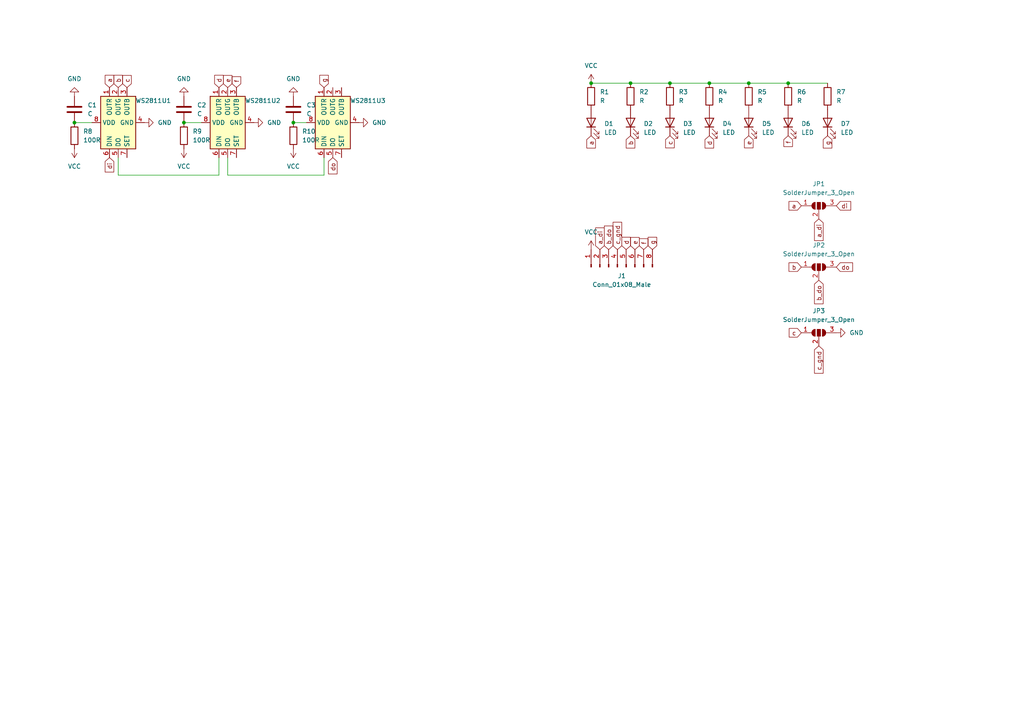
<source format=kicad_sch>
(kicad_sch (version 20211123) (generator eeschema)
  (paper "A4")
  (lib_symbols
    (symbol "Connector:Conn_01x08_Male" (pin_names (offset 1.016) hide)
      (property "Reference" "J" (at 0 10.16 0))
      (property "Value" "Conn_01x08_Male" (at 0 -12.7 0))
      (symbol "Conn_01x08_Male_1_1"
        (polyline (pts (xy 1.27 -10.16) (xy 0.8636 -10.16)) (stroke (width 0.1524)))
        (polyline (pts (xy 1.27 -7.62) (xy 0.8636 -7.62)) (stroke (width 0.1524)))
        (polyline (pts (xy 1.27 -5.08) (xy 0.8636 -5.08)) (stroke (width 0.1524)))
        (polyline (pts (xy 1.27 -2.54) (xy 0.8636 -2.54)) (stroke (width 0.1524)))
        (polyline (pts (xy 1.27 0) (xy 0.8636 0)) (stroke (width 0.1524)))
        (polyline (pts (xy 1.27 2.54) (xy 0.8636 2.54)) (stroke (width 0.1524)))
        (polyline (pts (xy 1.27 5.08) (xy 0.8636 5.08)) (stroke (width 0.1524)))
        (polyline (pts (xy 1.27 7.62) (xy 0.8636 7.62)) (stroke (width 0.1524)))
        (rectangle (start 0.8636 -10.033) (end 0 -10.287) (stroke (width 0.1524)) (fill (type outline)))
        (rectangle (start 0.8636 -7.493) (end 0 -7.747) (stroke (width 0.1524)) (fill (type outline)))
        (rectangle (start 0.8636 -4.953) (end 0 -5.207) (stroke (width 0.1524)) (fill (type outline)))
        (rectangle (start 0.8636 -2.413) (end 0 -2.667) (stroke (width 0.1524)) (fill (type outline)))
        (rectangle (start 0.8636 0.127) (end 0 -0.127) (stroke (width 0.1524)) (fill (type outline)))
        (rectangle (start 0.8636 2.667) (end 0 2.413) (stroke (width 0.1524)) (fill (type outline)))
        (rectangle (start 0.8636 5.207) (end 0 4.953) (stroke (width 0.1524)) (fill (type outline)))
        (rectangle (start 0.8636 7.747) (end 0 7.493) (stroke (width 0.1524)) (fill (type outline)))
        (pin passive line (at 5.08 7.62 180) (length 3.81) (name "Pin_1") (number "1"))
        (pin passive line (at 5.08 5.08 180) (length 3.81) (name "Pin_2") (number "2"))
        (pin passive line (at 5.08 2.54 180) (length 3.81) (name "Pin_3") (number "3"))
        (pin passive line (at 5.08 0 180) (length 3.81) (name "Pin_4") (number "4"))
        (pin passive line (at 5.08 -2.54 180) (length 3.81) (name "Pin_5") (number "5"))
        (pin passive line (at 5.08 -5.08 180) (length 3.81) (name "Pin_6") (number "6"))
        (pin passive line (at 5.08 -7.62 180) (length 3.81) (name "Pin_7") (number "7"))
        (pin passive line (at 5.08 -10.16 180) (length 3.81) (name "Pin_8") (number "8"))
      )
    )
    (symbol "Device:C" (pin_numbers hide) (pin_names (offset 0.254))
      (property "Reference" "C" (at 0.635 2.54 0))
      (property "Value" "C" (at 0.635 -2.54 0))
      (symbol "C_0_1"
        (polyline (pts (xy -2.032 -0.762) (xy 2.032 -0.762)) (stroke (width 0.508)))
        (polyline (pts (xy -2.032 0.762) (xy 2.032 0.762)) (stroke (width 0.508)))
      )
      (symbol "C_1_1"
        (pin passive line (at 0 3.81 270) (length 2.794) (name "~") (number "1"))
        (pin passive line (at 0 -3.81 90) (length 2.794) (name "~") (number "2"))
      )
    )
    (symbol "Device:LED" (pin_numbers hide) (pin_names (offset 1.016) hide)
      (property "Reference" "D" (at 0 2.54 0))
      (property "Value" "LED" (at 0 -2.54 0))
      (symbol "LED_0_1"
        (polyline (pts (xy -1.27 -1.27) (xy -1.27 1.27)) (stroke (width 0.254)))
        (polyline (pts (xy -1.27 0) (xy 1.27 0)))
        (polyline (pts (xy 1.27 -1.27) (xy 1.27 1.27) (xy -1.27 0) (xy 1.27 -1.27)) (stroke (width 0.254)))
        (polyline (pts (xy -3.048 -0.762) (xy -4.572 -2.286) (xy -3.81 -2.286) (xy -4.572 -2.286) (xy -4.572 -1.524)))
        (polyline (pts (xy -1.778 -0.762) (xy -3.302 -2.286) (xy -2.54 -2.286) (xy -3.302 -2.286) (xy -3.302 -1.524)))
      )
      (symbol "LED_1_1"
        (pin passive line (at -3.81 0 0) (length 2.54) (name "K") (number "1"))
        (pin passive line (at 3.81 0 180) (length 2.54) (name "A") (number "2"))
      )
    )
    (symbol "Device:R" (pin_numbers hide) (pin_names (offset 0))
      (property "Reference" "R" (at 2.032 0 90))
      (property "Value" "R" (at 0 0 90))
      (symbol "R_0_1"
        (rectangle (start -1.016 -2.54) (end 1.016 2.54) (stroke (width 0.254)))
      )
      (symbol "R_1_1"
        (pin passive line (at 0 3.81 270) (length 1.27) (name "~") (number "1"))
        (pin passive line (at 0 -3.81 90) (length 1.27) (name "~") (number "2"))
      )
    )
    (symbol "Driver_LED:WS2811"
      (property "Reference" "U" (at -6.35 6.35 0))
      (property "Value" "WS2811" (at 5.08 6.35 0))
      (symbol "WS2811_0_1"
        (rectangle (start -7.62 5.08) (end 7.62 -5.08) (stroke (width 0.254)) (fill (type background)))
      )
      (symbol "WS2811_1_1"
        (pin output line (at 10.16 2.54 180) (length 2.54) (name "OUTR") (number "1"))
        (pin output line (at 10.16 0 180) (length 2.54) (name "OUTG") (number "2"))
        (pin output line (at 10.16 -2.54 180) (length 2.54) (name "OUTB") (number "3"))
        (pin power_in line (at 0 -7.62 90) (length 2.54) (name "GND") (number "4"))
        (pin output line (at -10.16 0 0) (length 2.54) (name "DO") (number "5"))
        (pin input line (at -10.16 2.54 0) (length 2.54) (name "DIN") (number "6"))
        (pin input line (at -10.16 -2.54 0) (length 2.54) (name "SET") (number "7"))
        (pin power_in line (at 0 7.62 270) (length 2.54) (name "VDD") (number "8"))
      )
    )
    (symbol "Jumper:SolderJumper_3_Open" (pin_names (offset 0) hide)
      (property "Reference" "JP" (at -2.54 -2.54 0))
      (property "Value" "SolderJumper_3_Open" (at 0 2.794 0))
      (symbol "SolderJumper_3_Open_0_1"
        (arc (start -1.016 1.016) (mid -2.032 0) (end -1.016 -1.016))
        (arc (start -1.016 1.016) (mid -2.032 0) (end -1.016 -1.016) (fill (type outline)))
        (rectangle (start -0.508 1.016) (end 0.508 -1.016) (fill (type outline)))
        (polyline (pts (xy -2.54 0) (xy -2.032 0)))
        (polyline (pts (xy -1.016 1.016) (xy -1.016 -1.016)))
        (polyline (pts (xy 0 -1.27) (xy 0 -1.016)))
        (polyline (pts (xy 1.016 1.016) (xy 1.016 -1.016)))
        (polyline (pts (xy 2.54 0) (xy 2.032 0)))
        (arc (start 1.016 -1.016) (mid 2.032 0) (end 1.016 1.016))
        (arc (start 1.016 -1.016) (mid 2.032 0) (end 1.016 1.016) (fill (type outline)))
      )
      (symbol "SolderJumper_3_Open_1_1"
        (pin passive line (at -5.08 0 0) (length 2.54) (name "A") (number "1"))
        (pin passive line (at 0 -3.81 90) (length 2.54) (name "C") (number "2"))
        (pin passive line (at 5.08 0 180) (length 2.54) (name "B") (number "3"))
      )
    )
    (symbol "power:GND" (power) (pin_names (offset 0))
      (property "Value" "GND" (at 0 -3.81 0))
      (symbol "GND_0_1"
        (polyline (pts (xy 0 0) (xy 0 -1.27) (xy 1.27 -1.27) (xy 0 -2.54) (xy -1.27 -1.27) (xy 0 -1.27)))
      )
      (symbol "GND_1_1"
        (pin power_in line (at 0 0 270) (length 0) hide (name "GND") (number "1"))
      )
    )
    (symbol "power:VCC" (power) (pin_names (offset 0))
      (property "Value" "VCC" (at 0 3.81 0))
      (symbol "VCC_0_1"
        (polyline (pts (xy -0.762 1.27) (xy 0 2.54)))
        (polyline (pts (xy 0 0) (xy 0 2.54)))
        (polyline (pts (xy 0 2.54) (xy 0.762 1.27)))
      )
      (symbol "VCC_1_1"
        (pin power_in line (at 0 0 90) (length 0) hide (name "VCC") (number "1"))
      )
    )
  )
  (junction (at 217.17 24.13))
  (junction (at 194.31 24.13))
  (junction (at 85.09 35.56))
  (junction (at 53.34 35.56))
  (junction (at 182.88 24.13))
  (junction (at 228.6 24.13))
  (junction (at 21.59 35.56))
  (junction (at 205.74 24.13))
  (junction (at 171.45 24.13))
  (wire (pts (xy 194.31 24.13) (xy 205.74 24.13)))
  (wire (pts (xy 85.09 35.56) (xy 88.9 35.56)))
  (wire (pts (xy 21.59 35.56) (xy 26.67 35.56)))
  (wire (pts (xy 66.04 45.72) (xy 66.04 50.8)))
  (wire (pts (xy 171.45 24.13) (xy 182.88 24.13)))
  (wire (pts (xy 93.98 50.8) (xy 93.98 45.72)))
  (wire (pts (xy 34.29 50.8) (xy 34.29 45.72)))
  (wire (pts (xy 182.88 24.13) (xy 194.31 24.13)))
  (wire (pts (xy 66.04 50.8) (xy 93.98 50.8)))
  (wire (pts (xy 205.74 24.13) (xy 217.17 24.13)))
  (wire (pts (xy 228.6 24.13) (xy 240.03 24.13)))
  (wire (pts (xy 63.5 50.8) (xy 34.29 50.8)))
  (wire (pts (xy 53.34 35.56) (xy 58.42 35.56)))
  (wire (pts (xy 63.5 45.72) (xy 63.5 50.8)))
  (wire (pts (xy 217.17 24.13) (xy 228.6 24.13)))
  (global_label "e" (shape input) (at 217.17 39.37 270) (property "Intersheet References" "${INTERSHEET_REFS}" (effects hide)))
  (global_label "f" (shape input) (at 228.6 39.37 270) (property "Intersheet References" "${INTERSHEET_REFS}" (effects hide)))
  (global_label "f" (shape input) (at 186.69 72.39 90) (property "Intersheet References" "${INTERSHEET_REFS}" (effects hide)))
  (global_label "c" (shape input) (at 194.31 39.37 270) (property "Intersheet References" "${INTERSHEET_REFS}" (effects hide)))
  (global_label "c_gnd" (shape input) (at 237.49 100.33 270) (property "Intersheet References" "${INTERSHEET_REFS}" (effects hide)))
  (global_label "do" (shape input) (at 242.57 77.47 0) (property "Intersheet References" "${INTERSHEET_REFS}" (effects hide)))
  (global_label "b" (shape input) (at 182.88 39.37 270) (property "Intersheet References" "${INTERSHEET_REFS}" (effects hide)))
  (global_label "b" (shape input) (at 232.41 77.47 180) (property "Intersheet References" "${INTERSHEET_REFS}" (effects hide)))
  (global_label "e" (shape input) (at 66.04 25.4 90) (property "Intersheet References" "${INTERSHEET_REFS}" (effects hide)))
  (global_label "a_di" (shape input) (at 173.99 72.39 90) (property "Intersheet References" "${INTERSHEET_REFS}" (effects hide)))
  (global_label "c" (shape input) (at 232.41 96.52 180) (property "Intersheet References" "${INTERSHEET_REFS}" (effects hide)))
  (global_label "d" (shape input) (at 205.74 39.37 270) (property "Intersheet References" "${INTERSHEET_REFS}" (effects hide)))
  (global_label "a" (shape input) (at 31.75 25.4 90) (property "Intersheet References" "${INTERSHEET_REFS}" (effects hide)))
  (global_label "d" (shape input) (at 181.61 72.39 90) (property "Intersheet References" "${INTERSHEET_REFS}" (effects hide)))
  (global_label "c_gnd" (shape input) (at 179.07 72.39 90) (property "Intersheet References" "${INTERSHEET_REFS}" (effects hide)))
  (global_label "g" (shape input) (at 93.98 25.4 90) (property "Intersheet References" "${INTERSHEET_REFS}" (effects hide)))
  (global_label "b_do" (shape input) (at 237.49 81.28 270) (property "Intersheet References" "${INTERSHEET_REFS}" (effects hide)))
  (global_label "a_di" (shape input) (at 237.49 63.5 270) (property "Intersheet References" "${INTERSHEET_REFS}" (effects hide)))
  (global_label "f" (shape input) (at 68.58 25.4 90) (property "Intersheet References" "${INTERSHEET_REFS}" (effects hide)))
  (global_label "c" (shape input) (at 36.83 25.4 90) (property "Intersheet References" "${INTERSHEET_REFS}" (effects hide)))
  (global_label "do" (shape input) (at 96.52 45.72 270) (property "Intersheet References" "${INTERSHEET_REFS}" (effects hide)))
  (global_label "di" (shape input) (at 31.75 45.72 270) (property "Intersheet References" "${INTERSHEET_REFS}" (effects hide)))
  (global_label "a" (shape input) (at 232.41 59.69 180) (property "Intersheet References" "${INTERSHEET_REFS}" (effects hide)))
  (global_label "g" (shape input) (at 189.23 72.39 90) (property "Intersheet References" "${INTERSHEET_REFS}" (effects hide)))
  (global_label "e" (shape input) (at 184.15 72.39 90) (property "Intersheet References" "${INTERSHEET_REFS}" (effects hide)))
  (global_label "b" (shape input) (at 34.29 25.4 90) (property "Intersheet References" "${INTERSHEET_REFS}" (effects hide)))
  (global_label "b_do" (shape input) (at 176.53 72.39 90) (property "Intersheet References" "${INTERSHEET_REFS}" (effects hide)))
  (global_label "g" (shape input) (at 240.03 39.37 270) (property "Intersheet References" "${INTERSHEET_REFS}" (effects hide)))
  (global_label "di" (shape input) (at 242.57 59.69 0) (property "Intersheet References" "${INTERSHEET_REFS}" (effects hide)))
  (global_label "d" (shape input) (at 63.5 25.4 90) (property "Intersheet References" "${INTERSHEET_REFS}" (effects hide)))
  (global_label "a" (shape input) (at 171.45 39.37 270) (property "Intersheet References" "${INTERSHEET_REFS}" (effects hide)))
  (symbol (lib_id "Jumper:SolderJumper_3_Open") (at 237.49 59.69 0) (unit 1)
    (property "Reference" "JP1" (at 237.49 53.34 0))
    (property "Value" "SolderJumper_3_Open" (at 237.49 55.88 0))
    (property "Footprint" "Jumper:SolderJumper-3_P1.3mm_Open_Pad1.0x1.5mm" (effects hide))
  )
  (symbol (lib_id "Device:C") (at 85.09 31.75 180) (unit 1)
    (property "Reference" "C3" (at 88.9 30.4799 0) (effects (justify right)))
    (property "Value" "C" (at 88.9 33.0199 0) (effects (justify right)))
    (property "Footprint" "Capacitor_SMD:C_0805_2012Metric_Pad1.18x1.45mm_HandSolder" (effects hide))
  )
  (symbol (lib_id "power:GND") (at 242.57 96.52 90) (unit 1)
    (property "Reference" "#PWR012" (effects hide))
    (property "Value" "GND" (at 246.38 96.5199 90) (effects (justify right)))
  )
  (symbol (lib_id "Device:R") (at 85.09 39.37 0) (unit 1)
    (property "Reference" "R10" (at 87.63 38.0999 0) (effects (justify left)))
    (property "Value" "100R" (at 87.63 40.6399 0) (effects (justify left)))
    (property "Footprint" "Resistor_SMD:R_0805_2012Metric_Pad1.20x1.40mm_HandSolder" (effects hide))
  )
  (symbol (lib_id "Device:R") (at 21.59 39.37 0) (unit 1)
    (property "Reference" "R8" (at 24.13 38.0999 0) (effects (justify left)))
    (property "Value" "100R" (at 24.13 40.6399 0) (effects (justify left)))
    (property "Footprint" "Resistor_SMD:R_0805_2012Metric_Pad1.20x1.40mm_HandSolder" (effects hide))
  )
  (symbol (lib_id "power:GND") (at 21.59 27.94 180) (unit 1)
    (property "Reference" "#PWR02" (effects hide))
    (property "Value" "GND" (at 21.59 22.86 0))
  )
  (symbol (lib_id "power:VCC") (at 85.09 43.18 180) (unit 1)
    (property "Reference" "#PWR010" (effects hide))
    (property "Value" "VCC" (at 85.09 48.26 0))
  )
  (symbol (lib_id "Device:R") (at 182.88 27.94 0) (unit 1)
    (property "Reference" "R2" (at 185.42 26.6699 0) (effects (justify left)))
    (property "Value" "R" (at 185.42 29.2099 0) (effects (justify left)))
    (property "Footprint" "Resistor_SMD:R_0805_2012Metric_Pad1.20x1.40mm_HandSolder" (effects hide))
  )
  (symbol (lib_id "Jumper:SolderJumper_3_Open") (at 237.49 77.47 0) (unit 1)
    (property "Reference" "JP2" (at 237.49 71.12 0))
    (property "Value" "SolderJumper_3_Open" (at 237.49 73.66 0))
    (property "Footprint" "Jumper:SolderJumper-3_P1.3mm_Open_Pad1.0x1.5mm" (effects hide))
  )
  (symbol (lib_id "Device:LED") (at 228.6 35.56 90) (unit 1)
    (property "Reference" "D6" (at 232.41 35.8774 90) (effects (justify right)))
    (property "Value" "LED" (at 232.41 38.4174 90) (effects (justify right)))
    (property "Footprint" "7SegmentCharlie:LEDFilament_12mm" (effects hide))
  )
  (symbol (lib_id "Driver_LED:WS2811") (at 34.29 35.56 90) (unit 1)
    (property "Reference" "U1" (at 48.26 29.21 90))
    (property "Value" "WS2811" (at 43.18 29.21 90))
    (property "Footprint" "Package_SO:SOP-8_3.9x4.9mm_P1.27mm" (effects hide))
    (property "Datasheet" "https://cdn-shop.adafruit.com/datasheets/WS2811.pdf" (effects hide))
  )
  (symbol (lib_id "Device:R") (at 205.74 27.94 0) (unit 1)
    (property "Reference" "R4" (at 208.28 26.6699 0) (effects (justify left)))
    (property "Value" "R" (at 208.28 29.2099 0) (effects (justify left)))
    (property "Footprint" "Resistor_SMD:R_0805_2012Metric_Pad1.20x1.40mm_HandSolder" (effects hide))
  )
  (symbol (lib_id "power:GND") (at 53.34 27.94 180) (unit 1)
    (property "Reference" "#PWR03" (effects hide))
    (property "Value" "GND" (at 53.34 22.86 0))
  )
  (symbol (lib_id "Device:LED") (at 171.45 35.56 90) (unit 1)
    (property "Reference" "D1" (at 175.26 35.8774 90) (effects (justify right)))
    (property "Value" "LED" (at 175.26 38.4174 90) (effects (justify right)))
    (property "Footprint" "7SegmentCharlie:LEDFilament_12mm" (effects hide))
  )
  (symbol (lib_id "power:GND") (at 104.14 35.56 90) (unit 1)
    (property "Reference" "#PWR07" (effects hide))
    (property "Value" "GND" (at 107.95 35.5599 90) (effects (justify right)))
  )
  (symbol (lib_id "Device:LED") (at 205.74 35.56 90) (unit 1)
    (property "Reference" "D4" (at 209.55 35.8774 90) (effects (justify right)))
    (property "Value" "LED" (at 209.55 38.4174 90) (effects (justify right)))
    (property "Footprint" "7SegmentCharlie:LEDFilament_12mm" (effects hide))
  )
  (symbol (lib_id "Device:R") (at 171.45 27.94 0) (unit 1)
    (property "Reference" "R1" (at 173.99 26.6699 0) (effects (justify left)))
    (property "Value" "R" (at 173.99 29.2099 0) (effects (justify left)))
    (property "Footprint" "Resistor_SMD:R_0805_2012Metric_Pad1.20x1.40mm_HandSolder" (effects hide))
  )
  (symbol (lib_id "Device:LED") (at 217.17 35.56 90) (unit 1)
    (property "Reference" "D5" (at 220.98 35.8774 90) (effects (justify right)))
    (property "Value" "LED" (at 220.98 38.4174 90) (effects (justify right)))
    (property "Footprint" "7SegmentCharlie:LEDFilament_12mm" (effects hide))
  )
  (symbol (lib_id "power:VCC") (at 21.59 43.18 180) (unit 1)
    (property "Reference" "#PWR08" (effects hide))
    (property "Value" "VCC" (at 21.59 48.26 0))
  )
  (symbol (lib_id "Connector:Conn_01x08_Male") (at 179.07 77.47 90) (unit 1)
    (property "Reference" "J1" (at 180.34 80.01 90))
    (property "Value" "Conn_01x08_Male" (at 180.34 82.55 90))
    (property "Footprint" "Connector_PinSocket_2.54mm:PinSocket_1x08_P2.54mm_Vertical" (effects hide))
  )
  (symbol (lib_id "Device:R") (at 217.17 27.94 0) (unit 1)
    (property "Reference" "R5" (at 219.71 26.6699 0) (effects (justify left)))
    (property "Value" "R" (at 219.71 29.2099 0) (effects (justify left)))
    (property "Footprint" "Resistor_SMD:R_0805_2012Metric_Pad1.20x1.40mm_HandSolder" (effects hide))
  )
  (symbol (lib_id "Device:R") (at 194.31 27.94 0) (unit 1)
    (property "Reference" "R3" (at 196.85 26.6699 0) (effects (justify left)))
    (property "Value" "R" (at 196.85 29.2099 0) (effects (justify left)))
    (property "Footprint" "Resistor_SMD:R_0805_2012Metric_Pad1.20x1.40mm_HandSolder" (effects hide))
  )
  (symbol (lib_id "Device:R") (at 53.34 39.37 0) (unit 1)
    (property "Reference" "R9" (at 55.88 38.0999 0) (effects (justify left)))
    (property "Value" "100R" (at 55.88 40.6399 0) (effects (justify left)))
    (property "Footprint" "Resistor_SMD:R_0805_2012Metric_Pad1.20x1.40mm_HandSolder" (effects hide))
  )
  (symbol (lib_id "Jumper:SolderJumper_3_Open") (at 237.49 96.52 0) (unit 1)
    (property "Reference" "JP3" (at 237.49 90.17 0))
    (property "Value" "SolderJumper_3_Open" (at 237.49 92.71 0))
    (property "Footprint" "Jumper:SolderJumper-3_P1.3mm_Open_Pad1.0x1.5mm" (effects hide))
  )
  (symbol (lib_id "Driver_LED:WS2811") (at 96.52 35.56 90) (unit 1)
    (property "Reference" "U3" (at 110.49 29.21 90))
    (property "Value" "WS2811" (at 105.41 29.21 90))
    (property "Footprint" "Package_SO:SOP-8_3.9x4.9mm_P1.27mm" (effects hide))
    (property "Datasheet" "https://cdn-shop.adafruit.com/datasheets/WS2811.pdf" (effects hide))
  )
  (symbol (lib_id "power:GND") (at 85.09 27.94 180) (unit 1)
    (property "Reference" "#PWR04" (effects hide))
    (property "Value" "GND" (at 85.09 22.86 0))
  )
  (symbol (lib_id "Device:LED") (at 194.31 35.56 90) (unit 1)
    (property "Reference" "D3" (at 198.12 35.8774 90) (effects (justify right)))
    (property "Value" "LED" (at 198.12 38.4174 90) (effects (justify right)))
    (property "Footprint" "7SegmentCharlie:LEDFilament_12mm" (effects hide))
  )
  (symbol (lib_id "Device:C") (at 53.34 31.75 180) (unit 1)
    (property "Reference" "C2" (at 57.15 30.4799 0) (effects (justify right)))
    (property "Value" "C" (at 57.15 33.0199 0) (effects (justify right)))
    (property "Footprint" "Capacitor_SMD:C_0805_2012Metric_Pad1.18x1.45mm_HandSolder" (effects hide))
  )
  (symbol (lib_id "Device:LED") (at 240.03 35.56 90) (unit 1)
    (property "Reference" "D7" (at 243.84 35.8774 90) (effects (justify right)))
    (property "Value" "LED" (at 243.84 38.4174 90) (effects (justify right)))
    (property "Footprint" "7SegmentCharlie:LEDFilament_12mm" (effects hide))
  )
  (symbol (lib_id "power:GND") (at 41.91 35.56 90) (unit 1)
    (property "Reference" "#PWR05" (effects hide))
    (property "Value" "GND" (at 45.72 35.5599 90) (effects (justify right)))
  )
  (symbol (lib_id "Device:R") (at 240.03 27.94 0) (unit 1)
    (property "Reference" "R7" (at 242.57 26.6699 0) (effects (justify left)))
    (property "Value" "R" (at 242.57 29.2099 0) (effects (justify left)))
    (property "Footprint" "Resistor_SMD:R_0805_2012Metric_Pad1.20x1.40mm_HandSolder" (effects hide))
  )
  (symbol (lib_id "Device:LED") (at 182.88 35.56 90) (unit 1)
    (property "Reference" "D2" (at 186.69 35.8774 90) (effects (justify right)))
    (property "Value" "LED" (at 186.69 38.4174 90) (effects (justify right)))
    (property "Footprint" "7SegmentCharlie:LEDFilament_12mm" (effects hide))
  )
  (symbol (lib_id "power:GND") (at 73.66 35.56 90) (unit 1)
    (property "Reference" "#PWR06" (effects hide))
    (property "Value" "GND" (at 77.47 35.5599 90) (effects (justify right)))
  )
  (symbol (lib_id "power:VCC") (at 53.34 43.18 180) (unit 1)
    (property "Reference" "#PWR09" (effects hide))
    (property "Value" "VCC" (at 53.34 48.26 0))
  )
  (symbol (lib_id "Device:R") (at 228.6 27.94 0) (unit 1)
    (property "Reference" "R6" (at 231.14 26.6699 0) (effects (justify left)))
    (property "Value" "R" (at 231.14 29.2099 0) (effects (justify left)))
    (property "Footprint" "Resistor_SMD:R_0805_2012Metric_Pad1.20x1.40mm_HandSolder" (effects hide))
  )
  (symbol (lib_id "Driver_LED:WS2811") (at 66.04 35.56 90) (unit 1)
    (property "Reference" "U2" (at 80.01 29.21 90))
    (property "Value" "WS2811" (at 74.93 29.21 90))
    (property "Footprint" "Package_SO:SOP-8_3.9x4.9mm_P1.27mm" (effects hide))
    (property "Datasheet" "https://cdn-shop.adafruit.com/datasheets/WS2811.pdf" (effects hide))
  )
  (symbol (lib_id "power:VCC") (at 171.45 24.13 0) (unit 1)
    (property "Reference" "#PWR01" (effects hide))
    (property "Value" "VCC" (at 171.45 19.05 0))
  )
  (symbol (lib_id "Device:C") (at 21.59 31.75 180) (unit 1)
    (property "Reference" "C1" (at 25.4 30.4799 0) (effects (justify right)))
    (property "Value" "C" (at 25.4 33.0199 0) (effects (justify right)))
    (property "Footprint" "Capacitor_SMD:C_0805_2012Metric_Pad1.18x1.45mm_HandSolder" (effects hide))
  )
  (symbol (lib_id "power:VCC") (at 171.45 72.39 0) (unit 1)
    (property "Reference" "#PWR011" (effects hide))
    (property "Value" "VCC" (at 171.45 67.31 0))
  )
)
</source>
